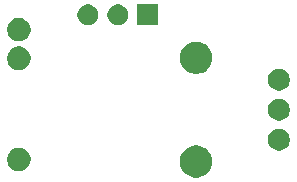
<source format=gbr>
%TF.GenerationSoftware,KiCad,Pcbnew,9.0.3-9.0.3-0~ubuntu22.04.1*%
%TF.CreationDate,2025-08-01T05:49:20-07:00*%
%TF.ProjectId,flex-cv-in,666c6578-2d63-4762-9d69-6e2e6b696361,rev?*%
%TF.SameCoordinates,Original*%
%TF.FileFunction,Soldermask,Bot*%
%TF.FilePolarity,Negative*%
%FSLAX46Y46*%
G04 Gerber Fmt 4.6, Leading zero omitted, Abs format (unit mm)*
G04 Created by KiCad (PCBNEW 9.0.3-9.0.3-0~ubuntu22.04.1) date 2025-08-01 05:49:20*
%MOMM*%
%LPD*%
G01*
G04 APERTURE LIST*
G04 APERTURE END LIST*
G36*
X126322013Y-73060758D02*
G01*
X126526693Y-73127262D01*
X126718450Y-73224967D01*
X126892561Y-73351466D01*
X127044740Y-73503645D01*
X127171239Y-73677756D01*
X127268944Y-73869513D01*
X127335448Y-74074193D01*
X127369115Y-74286756D01*
X127369115Y-74501970D01*
X127335448Y-74714533D01*
X127268944Y-74919213D01*
X127171239Y-75110970D01*
X127044740Y-75285081D01*
X126892561Y-75437260D01*
X126718450Y-75563759D01*
X126526693Y-75661464D01*
X126322013Y-75727968D01*
X126109450Y-75761635D01*
X125894236Y-75761635D01*
X125681673Y-75727968D01*
X125476993Y-75661464D01*
X125285236Y-75563759D01*
X125111125Y-75437260D01*
X124958946Y-75285081D01*
X124832447Y-75110970D01*
X124734742Y-74919213D01*
X124668238Y-74714533D01*
X124634571Y-74501970D01*
X124634571Y-74286756D01*
X124668238Y-74074193D01*
X124734742Y-73869513D01*
X124832447Y-73677756D01*
X124958946Y-73503645D01*
X125111125Y-73351466D01*
X125285236Y-73224967D01*
X125476993Y-73127262D01*
X125681673Y-73060758D01*
X125894236Y-73027091D01*
X126109450Y-73027091D01*
X126322013Y-73060758D01*
G37*
G36*
X111291214Y-73246997D02*
G01*
X111472905Y-73322257D01*
X111636423Y-73431516D01*
X111775484Y-73570577D01*
X111884743Y-73734095D01*
X111960003Y-73915786D01*
X111998369Y-74108669D01*
X111998369Y-74305331D01*
X111960003Y-74498214D01*
X111884743Y-74679905D01*
X111775484Y-74843423D01*
X111636423Y-74982484D01*
X111472905Y-75091743D01*
X111291214Y-75167003D01*
X111098331Y-75205369D01*
X110901669Y-75205369D01*
X110708786Y-75167003D01*
X110527095Y-75091743D01*
X110363577Y-74982484D01*
X110224516Y-74843423D01*
X110115257Y-74679905D01*
X110039997Y-74498214D01*
X110001631Y-74305331D01*
X110001631Y-74108669D01*
X110039997Y-73915786D01*
X110115257Y-73734095D01*
X110224516Y-73570577D01*
X110363577Y-73431516D01*
X110527095Y-73322257D01*
X110708786Y-73246997D01*
X110901669Y-73208631D01*
X111098331Y-73208631D01*
X111291214Y-73246997D01*
G37*
G36*
X133285024Y-71640926D02*
G01*
X133455215Y-71711422D01*
X133608382Y-71813765D01*
X133738641Y-71944024D01*
X133840984Y-72097191D01*
X133911480Y-72267382D01*
X133947418Y-72448056D01*
X133947418Y-72632270D01*
X133911480Y-72812944D01*
X133840984Y-72983135D01*
X133738641Y-73136302D01*
X133608382Y-73266561D01*
X133455215Y-73368904D01*
X133285024Y-73439400D01*
X133104350Y-73475338D01*
X132920136Y-73475338D01*
X132739462Y-73439400D01*
X132569271Y-73368904D01*
X132416104Y-73266561D01*
X132285845Y-73136302D01*
X132183502Y-72983135D01*
X132113006Y-72812944D01*
X132077068Y-72632270D01*
X132077068Y-72448056D01*
X132113006Y-72267382D01*
X132183502Y-72097191D01*
X132285845Y-71944024D01*
X132416104Y-71813765D01*
X132569271Y-71711422D01*
X132739462Y-71640926D01*
X132920136Y-71604988D01*
X133104350Y-71604988D01*
X133285024Y-71640926D01*
G37*
G36*
X133285024Y-69100926D02*
G01*
X133455215Y-69171422D01*
X133608382Y-69273765D01*
X133738641Y-69404024D01*
X133840984Y-69557191D01*
X133911480Y-69727382D01*
X133947418Y-69908056D01*
X133947418Y-70092270D01*
X133911480Y-70272944D01*
X133840984Y-70443135D01*
X133738641Y-70596302D01*
X133608382Y-70726561D01*
X133455215Y-70828904D01*
X133285024Y-70899400D01*
X133104350Y-70935338D01*
X132920136Y-70935338D01*
X132739462Y-70899400D01*
X132569271Y-70828904D01*
X132416104Y-70726561D01*
X132285845Y-70596302D01*
X132183502Y-70443135D01*
X132113006Y-70272944D01*
X132077068Y-70092270D01*
X132077068Y-69908056D01*
X132113006Y-69727382D01*
X132183502Y-69557191D01*
X132285845Y-69404024D01*
X132416104Y-69273765D01*
X132569271Y-69171422D01*
X132739462Y-69100926D01*
X132920136Y-69064988D01*
X133104350Y-69064988D01*
X133285024Y-69100926D01*
G37*
G36*
X133285024Y-66560926D02*
G01*
X133455215Y-66631422D01*
X133608382Y-66733765D01*
X133738641Y-66864024D01*
X133840984Y-67017191D01*
X133911480Y-67187382D01*
X133947418Y-67368056D01*
X133947418Y-67552270D01*
X133911480Y-67732944D01*
X133840984Y-67903135D01*
X133738641Y-68056302D01*
X133608382Y-68186561D01*
X133455215Y-68288904D01*
X133285024Y-68359400D01*
X133104350Y-68395338D01*
X132920136Y-68395338D01*
X132739462Y-68359400D01*
X132569271Y-68288904D01*
X132416104Y-68186561D01*
X132285845Y-68056302D01*
X132183502Y-67903135D01*
X132113006Y-67732944D01*
X132077068Y-67552270D01*
X132077068Y-67368056D01*
X132113006Y-67187382D01*
X132183502Y-67017191D01*
X132285845Y-66864024D01*
X132416104Y-66733765D01*
X132569271Y-66631422D01*
X132739462Y-66560926D01*
X132920136Y-66524988D01*
X133104350Y-66524988D01*
X133285024Y-66560926D01*
G37*
G36*
X126322013Y-64272358D02*
G01*
X126526693Y-64338862D01*
X126718450Y-64436567D01*
X126892561Y-64563066D01*
X127044740Y-64715245D01*
X127171239Y-64889356D01*
X127268944Y-65081113D01*
X127335448Y-65285793D01*
X127369115Y-65498356D01*
X127369115Y-65713570D01*
X127335448Y-65926133D01*
X127268944Y-66130813D01*
X127171239Y-66322570D01*
X127044740Y-66496681D01*
X126892561Y-66648860D01*
X126718450Y-66775359D01*
X126526693Y-66873064D01*
X126322013Y-66939568D01*
X126109450Y-66973235D01*
X125894236Y-66973235D01*
X125681673Y-66939568D01*
X125476993Y-66873064D01*
X125285236Y-66775359D01*
X125111125Y-66648860D01*
X124958946Y-66496681D01*
X124832447Y-66322570D01*
X124734742Y-66130813D01*
X124668238Y-65926133D01*
X124634571Y-65713570D01*
X124634571Y-65498356D01*
X124668238Y-65285793D01*
X124734742Y-65081113D01*
X124832447Y-64889356D01*
X124958946Y-64715245D01*
X125111125Y-64563066D01*
X125285236Y-64436567D01*
X125476993Y-64338862D01*
X125681673Y-64272358D01*
X125894236Y-64238691D01*
X126109450Y-64238691D01*
X126322013Y-64272358D01*
G37*
G36*
X111291214Y-64687197D02*
G01*
X111472905Y-64762457D01*
X111636423Y-64871716D01*
X111775484Y-65010777D01*
X111884743Y-65174295D01*
X111960003Y-65355986D01*
X111998369Y-65548869D01*
X111998369Y-65745531D01*
X111960003Y-65938414D01*
X111884743Y-66120105D01*
X111775484Y-66283623D01*
X111636423Y-66422684D01*
X111472905Y-66531943D01*
X111291214Y-66607203D01*
X111098331Y-66645569D01*
X110901669Y-66645569D01*
X110708786Y-66607203D01*
X110527095Y-66531943D01*
X110363577Y-66422684D01*
X110224516Y-66283623D01*
X110115257Y-66120105D01*
X110039997Y-65938414D01*
X110001631Y-65745531D01*
X110001631Y-65548869D01*
X110039997Y-65355986D01*
X110115257Y-65174295D01*
X110224516Y-65010777D01*
X110363577Y-64871716D01*
X110527095Y-64762457D01*
X110708786Y-64687197D01*
X110901669Y-64648831D01*
X111098331Y-64648831D01*
X111291214Y-64687197D01*
G37*
G36*
X111291214Y-62274197D02*
G01*
X111472905Y-62349457D01*
X111636423Y-62458716D01*
X111775484Y-62597777D01*
X111884743Y-62761295D01*
X111960003Y-62942986D01*
X111998369Y-63135869D01*
X111998369Y-63332531D01*
X111960003Y-63525414D01*
X111884743Y-63707105D01*
X111775484Y-63870623D01*
X111636423Y-64009684D01*
X111472905Y-64118943D01*
X111291214Y-64194203D01*
X111098331Y-64232569D01*
X110901669Y-64232569D01*
X110708786Y-64194203D01*
X110527095Y-64118943D01*
X110363577Y-64009684D01*
X110224516Y-63870623D01*
X110115257Y-63707105D01*
X110039997Y-63525414D01*
X110001631Y-63332531D01*
X110001631Y-63135869D01*
X110039997Y-62942986D01*
X110115257Y-62761295D01*
X110224516Y-62597777D01*
X110363577Y-62458716D01*
X110527095Y-62349457D01*
X110708786Y-62274197D01*
X110901669Y-62235831D01*
X111098331Y-62235831D01*
X111291214Y-62274197D01*
G37*
G36*
X122784542Y-61090893D02*
G01*
X122796870Y-61099130D01*
X122805107Y-61111458D01*
X122808000Y-61126000D01*
X122808000Y-62826000D01*
X122805107Y-62840542D01*
X122796870Y-62852870D01*
X122784542Y-62861107D01*
X122770000Y-62864000D01*
X121070000Y-62864000D01*
X121055458Y-62861107D01*
X121043130Y-62852870D01*
X121034893Y-62840542D01*
X121032000Y-62826000D01*
X121032000Y-61126000D01*
X121034893Y-61111458D01*
X121043130Y-61099130D01*
X121055458Y-61090893D01*
X121070000Y-61088000D01*
X122770000Y-61088000D01*
X122784542Y-61090893D01*
G37*
G36*
X117097773Y-61126237D02*
G01*
X117258600Y-61192854D01*
X117403341Y-61289567D01*
X117526433Y-61412659D01*
X117623146Y-61557400D01*
X117689763Y-61718227D01*
X117723724Y-61888961D01*
X117723724Y-62063039D01*
X117689763Y-62233773D01*
X117623146Y-62394600D01*
X117526433Y-62539341D01*
X117403341Y-62662433D01*
X117258600Y-62759146D01*
X117097773Y-62825763D01*
X116927039Y-62859724D01*
X116752961Y-62859724D01*
X116582227Y-62825763D01*
X116421400Y-62759146D01*
X116276659Y-62662433D01*
X116153567Y-62539341D01*
X116056854Y-62394600D01*
X115990237Y-62233773D01*
X115956276Y-62063039D01*
X115956276Y-61888961D01*
X115990237Y-61718227D01*
X116056854Y-61557400D01*
X116153567Y-61412659D01*
X116276659Y-61289567D01*
X116421400Y-61192854D01*
X116582227Y-61126237D01*
X116752961Y-61092276D01*
X116927039Y-61092276D01*
X117097773Y-61126237D01*
G37*
G36*
X119637773Y-61126237D02*
G01*
X119798600Y-61192854D01*
X119943341Y-61289567D01*
X120066433Y-61412659D01*
X120163146Y-61557400D01*
X120229763Y-61718227D01*
X120263724Y-61888961D01*
X120263724Y-62063039D01*
X120229763Y-62233773D01*
X120163146Y-62394600D01*
X120066433Y-62539341D01*
X119943341Y-62662433D01*
X119798600Y-62759146D01*
X119637773Y-62825763D01*
X119467039Y-62859724D01*
X119292961Y-62859724D01*
X119122227Y-62825763D01*
X118961400Y-62759146D01*
X118816659Y-62662433D01*
X118693567Y-62539341D01*
X118596854Y-62394600D01*
X118530237Y-62233773D01*
X118496276Y-62063039D01*
X118496276Y-61888961D01*
X118530237Y-61718227D01*
X118596854Y-61557400D01*
X118693567Y-61412659D01*
X118816659Y-61289567D01*
X118961400Y-61192854D01*
X119122227Y-61126237D01*
X119292961Y-61092276D01*
X119467039Y-61092276D01*
X119637773Y-61126237D01*
G37*
M02*

</source>
